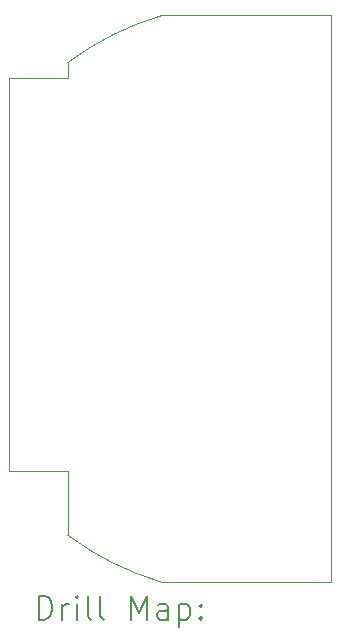
<source format=gbr>
%TF.GenerationSoftware,KiCad,Pcbnew,6.0.11-2627ca5db0~126~ubuntu22.04.1*%
%TF.CreationDate,2023-12-06T10:38:29+01:00*%
%TF.ProjectId,bus-module_attiny1634,6275732d-6d6f-4647-956c-655f61747469,C*%
%TF.SameCoordinates,Original*%
%TF.FileFunction,Drillmap*%
%TF.FilePolarity,Positive*%
%FSLAX45Y45*%
G04 Gerber Fmt 4.5, Leading zero omitted, Abs format (unit mm)*
G04 Created by KiCad (PCBNEW 6.0.11-2627ca5db0~126~ubuntu22.04.1) date 2023-12-06 10:38:29*
%MOMM*%
%LPD*%
G01*
G04 APERTURE LIST*
%ADD10C,0.100000*%
%ADD11C,0.200000*%
G04 APERTURE END LIST*
D10*
X8500000Y-8127000D02*
X8000000Y-8127000D01*
X8500000Y-12000000D02*
X8500000Y-11457000D01*
X8000000Y-8600000D02*
X8000000Y-8127000D01*
X9300000Y-7600000D02*
G75*
G03*
X8500106Y-7999921I700000J-2400000D01*
G01*
X9300000Y-7600000D02*
X10731500Y-7600000D01*
X8500106Y-7999921D02*
X8500000Y-8127000D01*
X8500000Y-11457000D02*
X8000000Y-11457000D01*
X8500000Y-12000000D02*
G75*
G03*
X9299632Y-12399893I1500000J2000000D01*
G01*
X10731500Y-7600000D02*
X10731500Y-12400000D01*
X8000000Y-10950000D02*
X8000000Y-11457000D01*
X8000000Y-8600000D02*
X8000000Y-10950000D01*
X10731500Y-12400000D02*
X9299632Y-12399893D01*
D11*
X8252619Y-12715476D02*
X8252619Y-12515476D01*
X8300238Y-12515476D01*
X8328809Y-12525000D01*
X8347857Y-12544048D01*
X8357381Y-12563095D01*
X8366905Y-12601190D01*
X8366905Y-12629762D01*
X8357381Y-12667857D01*
X8347857Y-12686905D01*
X8328809Y-12705952D01*
X8300238Y-12715476D01*
X8252619Y-12715476D01*
X8452619Y-12715476D02*
X8452619Y-12582143D01*
X8452619Y-12620238D02*
X8462143Y-12601190D01*
X8471667Y-12591667D01*
X8490714Y-12582143D01*
X8509762Y-12582143D01*
X8576429Y-12715476D02*
X8576429Y-12582143D01*
X8576429Y-12515476D02*
X8566905Y-12525000D01*
X8576429Y-12534524D01*
X8585952Y-12525000D01*
X8576429Y-12515476D01*
X8576429Y-12534524D01*
X8700238Y-12715476D02*
X8681190Y-12705952D01*
X8671667Y-12686905D01*
X8671667Y-12515476D01*
X8805000Y-12715476D02*
X8785952Y-12705952D01*
X8776429Y-12686905D01*
X8776429Y-12515476D01*
X9033571Y-12715476D02*
X9033571Y-12515476D01*
X9100238Y-12658333D01*
X9166905Y-12515476D01*
X9166905Y-12715476D01*
X9347857Y-12715476D02*
X9347857Y-12610714D01*
X9338333Y-12591667D01*
X9319286Y-12582143D01*
X9281190Y-12582143D01*
X9262143Y-12591667D01*
X9347857Y-12705952D02*
X9328810Y-12715476D01*
X9281190Y-12715476D01*
X9262143Y-12705952D01*
X9252619Y-12686905D01*
X9252619Y-12667857D01*
X9262143Y-12648809D01*
X9281190Y-12639286D01*
X9328810Y-12639286D01*
X9347857Y-12629762D01*
X9443095Y-12582143D02*
X9443095Y-12782143D01*
X9443095Y-12591667D02*
X9462143Y-12582143D01*
X9500238Y-12582143D01*
X9519286Y-12591667D01*
X9528810Y-12601190D01*
X9538333Y-12620238D01*
X9538333Y-12677381D01*
X9528810Y-12696428D01*
X9519286Y-12705952D01*
X9500238Y-12715476D01*
X9462143Y-12715476D01*
X9443095Y-12705952D01*
X9624048Y-12696428D02*
X9633571Y-12705952D01*
X9624048Y-12715476D01*
X9614524Y-12705952D01*
X9624048Y-12696428D01*
X9624048Y-12715476D01*
X9624048Y-12591667D02*
X9633571Y-12601190D01*
X9624048Y-12610714D01*
X9614524Y-12601190D01*
X9624048Y-12591667D01*
X9624048Y-12610714D01*
M02*

</source>
